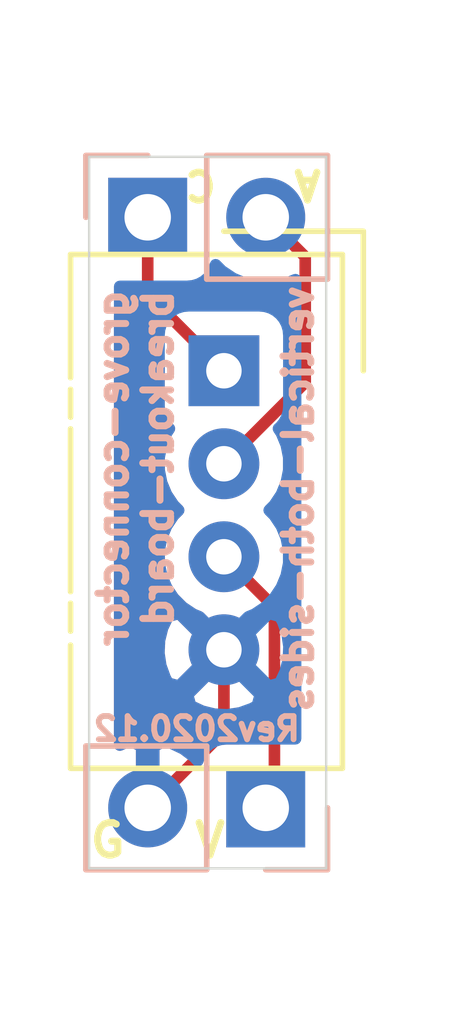
<source format=kicad_pcb>
(kicad_pcb (version 20171130) (host pcbnew 5.1.7-a382d34a8~87~ubuntu20.04.1)

  (general
    (thickness 1.6)
    (drawings 11)
    (tracks 10)
    (zones 0)
    (modules 3)
    (nets 5)
  )

  (page A4)
  (layers
    (0 F.Cu signal)
    (31 B.Cu signal)
    (32 B.Adhes user)
    (33 F.Adhes user)
    (34 B.Paste user)
    (35 F.Paste user)
    (36 B.SilkS user)
    (37 F.SilkS user)
    (38 B.Mask user)
    (39 F.Mask user)
    (40 Dwgs.User user)
    (41 Cmts.User user)
    (42 Eco1.User user)
    (43 Eco2.User user)
    (44 Edge.Cuts user)
    (45 Margin user)
    (46 B.CrtYd user)
    (47 F.CrtYd user)
    (48 B.Fab user)
    (49 F.Fab user)
  )

  (setup
    (last_trace_width 0.25)
    (trace_clearance 0.2)
    (zone_clearance 0.508)
    (zone_45_only no)
    (trace_min 0.2)
    (via_size 0.8)
    (via_drill 0.4)
    (via_min_size 0.4)
    (via_min_drill 0.3)
    (uvia_size 0.3)
    (uvia_drill 0.1)
    (uvias_allowed no)
    (uvia_min_size 0.2)
    (uvia_min_drill 0.1)
    (edge_width 0.05)
    (segment_width 0.2)
    (pcb_text_width 0.3)
    (pcb_text_size 1.5 1.5)
    (mod_edge_width 0.12)
    (mod_text_size 1 1)
    (mod_text_width 0.15)
    (pad_size 1.524 1.524)
    (pad_drill 0.762)
    (pad_to_mask_clearance 0)
    (aux_axis_origin 0 0)
    (visible_elements FFFFFF7F)
    (pcbplotparams
      (layerselection 0x010fc_ffffffff)
      (usegerberextensions false)
      (usegerberattributes true)
      (usegerberadvancedattributes true)
      (creategerberjobfile true)
      (excludeedgelayer true)
      (linewidth 0.100000)
      (plotframeref false)
      (viasonmask false)
      (mode 1)
      (useauxorigin false)
      (hpglpennumber 1)
      (hpglpenspeed 20)
      (hpglpendiameter 15.000000)
      (psnegative false)
      (psa4output false)
      (plotreference true)
      (plotvalue true)
      (plotinvisibletext false)
      (padsonsilk false)
      (subtractmaskfromsilk false)
      (outputformat 1)
      (mirror false)
      (drillshape 1)
      (scaleselection 1)
      (outputdirectory ""))
  )

  (net 0 "")
  (net 1 GND)
  (net 2 "Net-(J1-Pad3)")
  (net 3 "Net-(J1-Pad2)")
  (net 4 "Net-(J1-Pad1)")

  (net_class Default "This is the default net class."
    (clearance 0.2)
    (trace_width 0.25)
    (via_dia 0.8)
    (via_drill 0.4)
    (uvia_dia 0.3)
    (uvia_drill 0.1)
    (add_net GND)
    (add_net "Net-(J1-Pad1)")
    (add_net "Net-(J1-Pad2)")
    (add_net "Net-(J1-Pad3)")
  )

  (module Connector_PinHeader_2.54mm:PinHeader_1x02_P2.54mm_Vertical (layer B.Cu) (tedit 59FED5CC) (tstamp 5FBE2530)
    (at 150.1 93.8 90)
    (descr "Through hole straight pin header, 1x02, 2.54mm pitch, single row")
    (tags "Through hole pin header THT 1x02 2.54mm single row")
    (path /5FBE34A2)
    (fp_text reference J3 (at 0 2.33 90) (layer B.SilkS) hide
      (effects (font (size 1 1) (thickness 0.15)) (justify mirror))
    )
    (fp_text value Conn_01x02 (at 0 -4.87 90) (layer B.Fab)
      (effects (font (size 1 1) (thickness 0.15)) (justify mirror))
    )
    (fp_line (start -0.635 1.27) (end 1.27 1.27) (layer B.Fab) (width 0.1))
    (fp_line (start 1.27 1.27) (end 1.27 -3.81) (layer B.Fab) (width 0.1))
    (fp_line (start 1.27 -3.81) (end -1.27 -3.81) (layer B.Fab) (width 0.1))
    (fp_line (start -1.27 -3.81) (end -1.27 0.635) (layer B.Fab) (width 0.1))
    (fp_line (start -1.27 0.635) (end -0.635 1.27) (layer B.Fab) (width 0.1))
    (fp_line (start -1.33 -3.87) (end 1.33 -3.87) (layer B.SilkS) (width 0.12))
    (fp_line (start -1.33 -1.27) (end -1.33 -3.87) (layer B.SilkS) (width 0.12))
    (fp_line (start 1.33 -1.27) (end 1.33 -3.87) (layer B.SilkS) (width 0.12))
    (fp_line (start -1.33 -1.27) (end 1.33 -1.27) (layer B.SilkS) (width 0.12))
    (fp_line (start -1.33 0) (end -1.33 1.33) (layer B.SilkS) (width 0.12))
    (fp_line (start -1.33 1.33) (end 0 1.33) (layer B.SilkS) (width 0.12))
    (fp_line (start -1.8 1.8) (end -1.8 -4.35) (layer B.CrtYd) (width 0.05))
    (fp_line (start -1.8 -4.35) (end 1.8 -4.35) (layer B.CrtYd) (width 0.05))
    (fp_line (start 1.8 -4.35) (end 1.8 1.8) (layer B.CrtYd) (width 0.05))
    (fp_line (start 1.8 1.8) (end -1.8 1.8) (layer B.CrtYd) (width 0.05))
    (fp_text user %R (at 0 -1.27 180) (layer B.Fab)
      (effects (font (size 1 1) (thickness 0.15)) (justify mirror))
    )
    (pad 2 thru_hole oval (at 0 -2.54 90) (size 1.7 1.7) (drill 1) (layers *.Cu *.Mask)
      (net 1 GND))
    (pad 1 thru_hole rect (at 0 0 90) (size 1.7 1.7) (drill 1) (layers *.Cu *.Mask)
      (net 2 "Net-(J1-Pad3)"))
    (model ${KISYS3DMOD}/Connector_PinHeader_2.54mm.3dshapes/PinHeader_1x02_P2.54mm_Vertical.wrl
      (at (xyz 0 0 0))
      (scale (xyz 1 1 1))
      (rotate (xyz 0 0 0))
    )
  )

  (module Connector_PinHeader_2.54mm:PinHeader_1x02_P2.54mm_Vertical (layer B.Cu) (tedit 59FED5CC) (tstamp 5FBE251A)
    (at 147.56 81.1 270)
    (descr "Through hole straight pin header, 1x02, 2.54mm pitch, single row")
    (tags "Through hole pin header THT 1x02 2.54mm single row")
    (path /5FBE3374)
    (fp_text reference J2 (at 0 2.33 90) (layer B.SilkS) hide
      (effects (font (size 1 1) (thickness 0.15)) (justify mirror))
    )
    (fp_text value Conn_01x02 (at 0 -4.87 90) (layer B.Fab)
      (effects (font (size 1 1) (thickness 0.15)) (justify mirror))
    )
    (fp_line (start -0.635 1.27) (end 1.27 1.27) (layer B.Fab) (width 0.1))
    (fp_line (start 1.27 1.27) (end 1.27 -3.81) (layer B.Fab) (width 0.1))
    (fp_line (start 1.27 -3.81) (end -1.27 -3.81) (layer B.Fab) (width 0.1))
    (fp_line (start -1.27 -3.81) (end -1.27 0.635) (layer B.Fab) (width 0.1))
    (fp_line (start -1.27 0.635) (end -0.635 1.27) (layer B.Fab) (width 0.1))
    (fp_line (start -1.33 -3.87) (end 1.33 -3.87) (layer B.SilkS) (width 0.12))
    (fp_line (start -1.33 -1.27) (end -1.33 -3.87) (layer B.SilkS) (width 0.12))
    (fp_line (start 1.33 -1.27) (end 1.33 -3.87) (layer B.SilkS) (width 0.12))
    (fp_line (start -1.33 -1.27) (end 1.33 -1.27) (layer B.SilkS) (width 0.12))
    (fp_line (start -1.33 0) (end -1.33 1.33) (layer B.SilkS) (width 0.12))
    (fp_line (start -1.33 1.33) (end 0 1.33) (layer B.SilkS) (width 0.12))
    (fp_line (start -1.8 1.8) (end -1.8 -4.35) (layer B.CrtYd) (width 0.05))
    (fp_line (start -1.8 -4.35) (end 1.8 -4.35) (layer B.CrtYd) (width 0.05))
    (fp_line (start 1.8 -4.35) (end 1.8 1.8) (layer B.CrtYd) (width 0.05))
    (fp_line (start 1.8 1.8) (end -1.8 1.8) (layer B.CrtYd) (width 0.05))
    (fp_text user %R (at 0 -1.27 180) (layer B.Fab)
      (effects (font (size 1 1) (thickness 0.15)) (justify mirror))
    )
    (pad 2 thru_hole oval (at 0 -2.54 270) (size 1.7 1.7) (drill 1) (layers *.Cu *.Mask)
      (net 3 "Net-(J1-Pad2)"))
    (pad 1 thru_hole rect (at 0 0 270) (size 1.7 1.7) (drill 1) (layers *.Cu *.Mask)
      (net 4 "Net-(J1-Pad1)"))
    (model ${KISYS3DMOD}/Connector_PinHeader_2.54mm.3dshapes/PinHeader_1x02_P2.54mm_Vertical.wrl
      (at (xyz 0 0 0))
      (scale (xyz 1 1 1))
      (rotate (xyz 0 0 0))
    )
  )

  (module Connector:NS-Tech_Grove_1x04_P2mm_Vertical (layer F.Cu) (tedit 5A2A5779) (tstamp 5FBE2504)
    (at 149.2 84.4)
    (descr https://statics3.seeedstudio.com/images/opl/datasheet/3470130P1.pdf)
    (tags Grove-1x04)
    (path /5FBE04A9)
    (fp_text reference J1 (at -1.5 -4) (layer F.SilkS) hide
      (effects (font (size 1 1) (thickness 0.15)))
    )
    (fp_text value Grove-I2C-connector (at 4.19 2.83 90) (layer F.Fab)
      (effects (font (size 1 1) (thickness 0.15)))
    )
    (fp_line (start 0.9 0) (end 2.2 1) (layer F.Fab) (width 0.1))
    (fp_line (start 2.2 -1) (end 0.9 0) (layer F.Fab) (width 0.1))
    (fp_line (start 3 -3) (end 3 0) (layer F.SilkS) (width 0.12))
    (fp_line (start 0 -3) (end 3 -3) (layer F.SilkS) (width 0.12))
    (fp_line (start -3.45 -2.65) (end -3.45 8.7) (layer F.CrtYd) (width 0.05))
    (fp_line (start -3.45 8.7) (end 2.7 8.7) (layer F.CrtYd) (width 0.05))
    (fp_line (start 2.7 8.7) (end 2.7 -2.65) (layer F.CrtYd) (width 0.05))
    (fp_line (start -3.45 -2.65) (end 2.7 -2.65) (layer F.CrtYd) (width 0.05))
    (fp_line (start -3.3 5) (end -3.3 5.6) (layer F.SilkS) (width 0.12))
    (fp_line (start -3.3 0.4) (end -3.3 1) (layer F.SilkS) (width 0.12))
    (fp_line (start 2.55 -2.5) (end 2.55 8.55) (layer F.SilkS) (width 0.12))
    (fp_line (start -3.3 -2.5) (end 2.55 -2.5) (layer F.SilkS) (width 0.12))
    (fp_line (start -3.3 1.25) (end -3.3 4.75) (layer F.SilkS) (width 0.12))
    (fp_line (start -3.3 8.55) (end 2.55 8.55) (layer F.SilkS) (width 0.12))
    (fp_line (start -3.3 -2.5) (end -3.3 0.15) (layer F.SilkS) (width 0.12))
    (fp_line (start -3.3 5.9) (end -3.3 8.55) (layer F.SilkS) (width 0.12))
    (fp_line (start -2.9 -2.1) (end 2.2 -2.1) (layer F.Fab) (width 0.1))
    (fp_line (start 2.2 -2.1) (end 2.2 8.1) (layer F.Fab) (width 0.1))
    (fp_line (start 2.2 8.1) (end -2.9 8.1) (layer F.Fab) (width 0.1))
    (fp_line (start -2.9 8.1) (end -2.9 -2.1) (layer F.Fab) (width 0.1))
    (fp_text user %R (at -2 2 90) (layer F.Fab)
      (effects (font (size 1 1) (thickness 0.15)))
    )
    (pad 4 thru_hole circle (at 0 6) (size 1.524 1.524) (drill 0.762) (layers *.Cu *.Mask)
      (net 1 GND))
    (pad 3 thru_hole circle (at 0 4) (size 1.524 1.524) (drill 0.762) (layers *.Cu *.Mask)
      (net 2 "Net-(J1-Pad3)"))
    (pad 2 thru_hole circle (at 0 2) (size 1.524 1.524) (drill 0.762) (layers *.Cu *.Mask)
      (net 3 "Net-(J1-Pad2)"))
    (pad 1 thru_hole rect (at 0 0) (size 1.524 1.524) (drill 0.762) (layers *.Cu *.Mask)
      (net 4 "Net-(J1-Pad1)"))
    (model ${KISYS3DMOD}/Connector.3dshapes/NS-Tech_Grove_1x04_P2mm_Vertical.wrl
      (at (xyz 0 0 0))
      (scale (xyz 0.3937 0.3937 0.3937))
      (rotate (xyz 0 0 -90))
    )
  )

  (gr_text Rev2020.12 (at 150.9 92.1) (layer B.SilkS) (tstamp 5FBE28FA)
    (effects (font (size 0.5 0.5) (thickness 0.125)) (justify left mirror))
  )
  (gr_text "grove-connector\nbreakout-board" (at 147.3 82.6 90) (layer B.SilkS) (tstamp 5FBE28F9)
    (effects (font (size 0.6 0.6) (thickness 0.15)) (justify left mirror))
  )
  (gr_text vertical-both-sides (at 150.8 82.5 90) (layer B.SilkS) (tstamp 5FBE28F8)
    (effects (font (size 0.6 0.6) (thickness 0.15)) (justify left mirror))
  )
  (gr_line (start 151.4 79.8) (end 146.3 79.8) (layer Edge.Cuts) (width 0.05) (tstamp 5FBE288D))
  (gr_line (start 151.4 95.1) (end 151.4 79.8) (layer Edge.Cuts) (width 0.05))
  (gr_line (start 146.3 95.1) (end 151.4 95.1) (layer Edge.Cuts) (width 0.05))
  (gr_line (start 146.3 79.8) (end 146.3 95.1) (layer Edge.Cuts) (width 0.05))
  (gr_text V (at 148.9 94.5) (layer F.SilkS) (tstamp 5FBE21A9)
    (effects (font (size 0.7 0.7) (thickness 0.15)))
  )
  (gr_text C (at 148.7 80.4 180) (layer F.SilkS) (tstamp 5FBE21A8)
    (effects (font (size 0.6 0.6) (thickness 0.15)))
  )
  (gr_text A (at 151 80.4 180) (layer F.SilkS) (tstamp 5FBE21A7)
    (effects (font (size 0.6 0.6) (thickness 0.15)))
  )
  (gr_text G (at 146.7 94.5) (layer F.SilkS) (tstamp 5FBE21A6)
    (effects (font (size 0.7 0.7) (thickness 0.15)))
  )

  (segment (start 149.2 92.16) (end 147.56 93.8) (width 0.25) (layer F.Cu) (net 1))
  (segment (start 149.2 90.4) (end 149.2 92.16) (width 0.25) (layer F.Cu) (net 1))
  (segment (start 150.287001 93.612999) (end 150.1 93.8) (width 0.25) (layer F.Cu) (net 2))
  (segment (start 150.287001 89.487001) (end 150.287001 93.612999) (width 0.25) (layer F.Cu) (net 2))
  (segment (start 149.2 88.4) (end 150.287001 89.487001) (width 0.25) (layer F.Cu) (net 2))
  (segment (start 150.949999 84.650001) (end 149.2 86.4) (width 0.25) (layer F.Cu) (net 3))
  (segment (start 150.949999 81.949999) (end 150.949999 84.650001) (width 0.25) (layer F.Cu) (net 3))
  (segment (start 150.1 81.1) (end 150.949999 81.949999) (width 0.25) (layer F.Cu) (net 3))
  (segment (start 147.56 82.76) (end 149.2 84.4) (width 0.25) (layer F.Cu) (net 4))
  (segment (start 147.56 81.1) (end 147.56 82.76) (width 0.25) (layer F.Cu) (net 4))

  (zone (net 1) (net_name GND) (layer F.Cu) (tstamp 0) (hatch edge 0.508)
    (connect_pads (clearance 0.508))
    (min_thickness 0.254)
    (fill yes (arc_segments 32) (thermal_gap 0.508) (thermal_bridge_width 0.508))
    (polygon
      (pts
        (xy 151.4 95.1) (xy 146.3 95.1) (xy 146.3 79.8) (xy 151.4 79.8)
      )
    )
    (filled_polygon
      (pts
        (xy 146.996201 83.271002) (xy 147.02 83.300001) (xy 147.048998 83.323799) (xy 147.799928 84.074729) (xy 147.799928 85.162)
        (xy 147.812188 85.286482) (xy 147.848498 85.40618) (xy 147.907463 85.516494) (xy 147.986815 85.613185) (xy 148.024766 85.64433)
        (xy 147.961995 85.738273) (xy 147.856686 85.99251) (xy 147.803 86.262408) (xy 147.803 86.537592) (xy 147.856686 86.80749)
        (xy 147.961995 87.061727) (xy 148.11488 87.290535) (xy 148.224345 87.4) (xy 148.11488 87.509465) (xy 147.961995 87.738273)
        (xy 147.856686 87.99251) (xy 147.803 88.262408) (xy 147.803 88.537592) (xy 147.856686 88.80749) (xy 147.961995 89.061727)
        (xy 148.11488 89.290535) (xy 148.309465 89.48512) (xy 148.538273 89.638005) (xy 148.67371 89.694105) (xy 149.2 90.220395)
        (xy 149.214143 90.206253) (xy 149.393748 90.385858) (xy 149.379605 90.4) (xy 149.393748 90.414143) (xy 149.214143 90.593748)
        (xy 149.2 90.579605) (xy 148.41404 91.365565) (xy 148.48102 91.605656) (xy 148.730048 91.722756) (xy 148.997135 91.789023)
        (xy 149.272017 91.80191) (xy 149.527002 91.763502) (xy 149.527002 92.311928) (xy 149.25 92.311928) (xy 149.125518 92.324188)
        (xy 149.00582 92.360498) (xy 148.895506 92.419463) (xy 148.798815 92.498815) (xy 148.719463 92.595506) (xy 148.660498 92.70582)
        (xy 148.636034 92.786466) (xy 148.560269 92.702412) (xy 148.32692 92.528359) (xy 148.064099 92.403175) (xy 147.91689 92.358524)
        (xy 147.687 92.479845) (xy 147.687 93.673) (xy 147.707 93.673) (xy 147.707 93.927) (xy 147.687 93.927)
        (xy 147.687 93.947) (xy 147.433 93.947) (xy 147.433 93.927) (xy 147.413 93.927) (xy 147.413 93.673)
        (xy 147.433 93.673) (xy 147.433 92.479845) (xy 147.20311 92.358524) (xy 147.055901 92.403175) (xy 146.96 92.448854)
        (xy 146.96 90.472017) (xy 147.79809 90.472017) (xy 147.839078 90.744133) (xy 147.932364 91.003023) (xy 147.994344 91.11898)
        (xy 148.234435 91.18596) (xy 149.020395 90.4) (xy 148.234435 89.61404) (xy 147.994344 89.68102) (xy 147.877244 89.930048)
        (xy 147.810977 90.197135) (xy 147.79809 90.472017) (xy 146.96 90.472017) (xy 146.96 83.226891)
      )
    )
  )
  (zone (net 1) (net_name GND) (layer B.Cu) (tstamp 5FBE288F) (hatch edge 0.508)
    (connect_pads (clearance 0.508))
    (min_thickness 0.254)
    (fill yes (arc_segments 32) (thermal_gap 0.508) (thermal_bridge_width 0.508))
    (polygon
      (pts
        (xy 151.4 95.1) (xy 146.3 95.1) (xy 146.3 79.8) (xy 151.4 79.8)
      )
    )
    (filled_polygon
      (pts
        (xy 149.153368 82.253475) (xy 149.396589 82.41599) (xy 149.666842 82.527932) (xy 149.95374 82.585) (xy 150.24626 82.585)
        (xy 150.533158 82.527932) (xy 150.740001 82.442255) (xy 150.74 92.311928) (xy 149.25 92.311928) (xy 149.125518 92.324188)
        (xy 149.00582 92.360498) (xy 148.895506 92.419463) (xy 148.798815 92.498815) (xy 148.719463 92.595506) (xy 148.660498 92.70582)
        (xy 148.636034 92.786466) (xy 148.560269 92.702412) (xy 148.32692 92.528359) (xy 148.064099 92.403175) (xy 147.91689 92.358524)
        (xy 147.687 92.479845) (xy 147.687 93.673) (xy 147.707 93.673) (xy 147.707 93.927) (xy 147.687 93.927)
        (xy 147.687 93.947) (xy 147.433 93.947) (xy 147.433 93.927) (xy 147.413 93.927) (xy 147.413 93.673)
        (xy 147.433 93.673) (xy 147.433 92.479845) (xy 147.20311 92.358524) (xy 147.055901 92.403175) (xy 146.96 92.448854)
        (xy 146.96 91.365565) (xy 148.41404 91.365565) (xy 148.48102 91.605656) (xy 148.730048 91.722756) (xy 148.997135 91.789023)
        (xy 149.272017 91.80191) (xy 149.544133 91.760922) (xy 149.803023 91.667636) (xy 149.91898 91.605656) (xy 149.98596 91.365565)
        (xy 149.2 90.579605) (xy 148.41404 91.365565) (xy 146.96 91.365565) (xy 146.96 90.472017) (xy 147.79809 90.472017)
        (xy 147.839078 90.744133) (xy 147.932364 91.003023) (xy 147.994344 91.11898) (xy 148.234435 91.18596) (xy 149.020395 90.4)
        (xy 149.379605 90.4) (xy 150.165565 91.18596) (xy 150.405656 91.11898) (xy 150.522756 90.869952) (xy 150.589023 90.602865)
        (xy 150.60191 90.327983) (xy 150.560922 90.055867) (xy 150.467636 89.796977) (xy 150.405656 89.68102) (xy 150.165565 89.61404)
        (xy 149.379605 90.4) (xy 149.020395 90.4) (xy 148.234435 89.61404) (xy 147.994344 89.68102) (xy 147.877244 89.930048)
        (xy 147.810977 90.197135) (xy 147.79809 90.472017) (xy 146.96 90.472017) (xy 146.96 83.638) (xy 147.799928 83.638)
        (xy 147.799928 85.162) (xy 147.812188 85.286482) (xy 147.848498 85.40618) (xy 147.907463 85.516494) (xy 147.986815 85.613185)
        (xy 148.024766 85.64433) (xy 147.961995 85.738273) (xy 147.856686 85.99251) (xy 147.803 86.262408) (xy 147.803 86.537592)
        (xy 147.856686 86.80749) (xy 147.961995 87.061727) (xy 148.11488 87.290535) (xy 148.224345 87.4) (xy 148.11488 87.509465)
        (xy 147.961995 87.738273) (xy 147.856686 87.99251) (xy 147.803 88.262408) (xy 147.803 88.537592) (xy 147.856686 88.80749)
        (xy 147.961995 89.061727) (xy 148.11488 89.290535) (xy 148.309465 89.48512) (xy 148.538273 89.638005) (xy 148.67371 89.694105)
        (xy 149.2 90.220395) (xy 149.72629 89.694105) (xy 149.861727 89.638005) (xy 150.090535 89.48512) (xy 150.28512 89.290535)
        (xy 150.438005 89.061727) (xy 150.543314 88.80749) (xy 150.597 88.537592) (xy 150.597 88.262408) (xy 150.543314 87.99251)
        (xy 150.438005 87.738273) (xy 150.28512 87.509465) (xy 150.175655 87.4) (xy 150.28512 87.290535) (xy 150.438005 87.061727)
        (xy 150.543314 86.80749) (xy 150.597 86.537592) (xy 150.597 86.262408) (xy 150.543314 85.99251) (xy 150.438005 85.738273)
        (xy 150.375234 85.64433) (xy 150.413185 85.613185) (xy 150.492537 85.516494) (xy 150.551502 85.40618) (xy 150.587812 85.286482)
        (xy 150.600072 85.162) (xy 150.600072 83.638) (xy 150.587812 83.513518) (xy 150.551502 83.39382) (xy 150.492537 83.283506)
        (xy 150.413185 83.186815) (xy 150.316494 83.107463) (xy 150.20618 83.048498) (xy 150.086482 83.012188) (xy 149.962 82.999928)
        (xy 148.438 82.999928) (xy 148.313518 83.012188) (xy 148.19382 83.048498) (xy 148.083506 83.107463) (xy 147.986815 83.186815)
        (xy 147.907463 83.283506) (xy 147.848498 83.39382) (xy 147.812188 83.513518) (xy 147.799928 83.638) (xy 146.96 83.638)
        (xy 146.96 82.588072) (xy 148.41 82.588072) (xy 148.534482 82.575812) (xy 148.65418 82.539502) (xy 148.764494 82.480537)
        (xy 148.861185 82.401185) (xy 148.940537 82.304494) (xy 148.999502 82.19418) (xy 149.021513 82.12162)
      )
    )
  )
)

</source>
